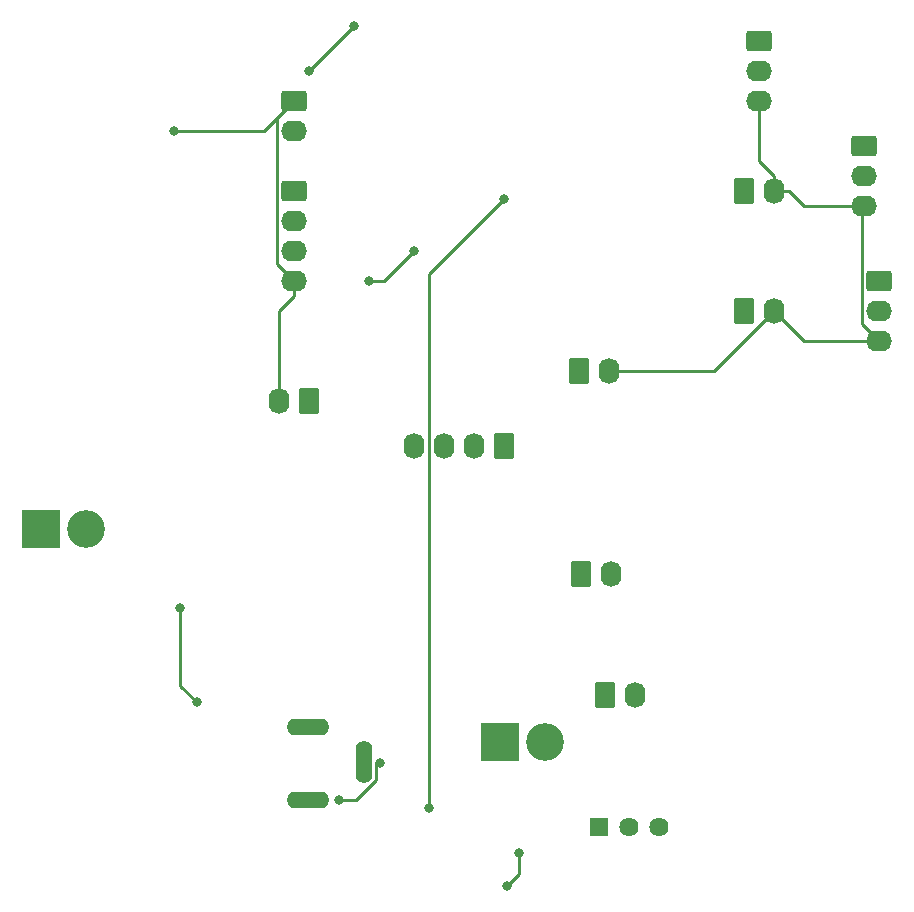
<source format=gbr>
G04 #@! TF.GenerationSoftware,KiCad,Pcbnew,9.0.0*
G04 #@! TF.CreationDate,2025-03-03T16:58:55-06:00*
G04 #@! TF.ProjectId,Group52HeatedBridge,47726f75-7035-4324-9865-617465644272,rev?*
G04 #@! TF.SameCoordinates,Original*
G04 #@! TF.FileFunction,Copper,L2,Bot*
G04 #@! TF.FilePolarity,Positive*
%FSLAX46Y46*%
G04 Gerber Fmt 4.6, Leading zero omitted, Abs format (unit mm)*
G04 Created by KiCad (PCBNEW 9.0.0) date 2025-03-03 16:58:55*
%MOMM*%
%LPD*%
G01*
G04 APERTURE LIST*
G04 Aperture macros list*
%AMRoundRect*
0 Rectangle with rounded corners*
0 $1 Rounding radius*
0 $2 $3 $4 $5 $6 $7 $8 $9 X,Y pos of 4 corners*
0 Add a 4 corners polygon primitive as box body*
4,1,4,$2,$3,$4,$5,$6,$7,$8,$9,$2,$3,0*
0 Add four circle primitives for the rounded corners*
1,1,$1+$1,$2,$3*
1,1,$1+$1,$4,$5*
1,1,$1+$1,$6,$7*
1,1,$1+$1,$8,$9*
0 Add four rect primitives between the rounded corners*
20,1,$1+$1,$2,$3,$4,$5,0*
20,1,$1+$1,$4,$5,$6,$7,0*
20,1,$1+$1,$6,$7,$8,$9,0*
20,1,$1+$1,$8,$9,$2,$3,0*%
G04 Aperture macros list end*
G04 #@! TA.AperFunction,ComponentPad*
%ADD10O,1.400000X3.600000*%
G04 #@! TD*
G04 #@! TA.AperFunction,ComponentPad*
%ADD11O,3.600000X1.400000*%
G04 #@! TD*
G04 #@! TA.AperFunction,ComponentPad*
%ADD12RoundRect,0.250000X-0.845000X0.620000X-0.845000X-0.620000X0.845000X-0.620000X0.845000X0.620000X0*%
G04 #@! TD*
G04 #@! TA.AperFunction,ComponentPad*
%ADD13O,2.190000X1.740000*%
G04 #@! TD*
G04 #@! TA.AperFunction,ComponentPad*
%ADD14RoundRect,0.250000X0.620000X0.845000X-0.620000X0.845000X-0.620000X-0.845000X0.620000X-0.845000X0*%
G04 #@! TD*
G04 #@! TA.AperFunction,ComponentPad*
%ADD15O,1.740000X2.190000*%
G04 #@! TD*
G04 #@! TA.AperFunction,ComponentPad*
%ADD16R,3.200000X3.200000*%
G04 #@! TD*
G04 #@! TA.AperFunction,ComponentPad*
%ADD17O,3.200000X3.200000*%
G04 #@! TD*
G04 #@! TA.AperFunction,ComponentPad*
%ADD18RoundRect,0.250000X-0.620000X-0.845000X0.620000X-0.845000X0.620000X0.845000X-0.620000X0.845000X0*%
G04 #@! TD*
G04 #@! TA.AperFunction,ComponentPad*
%ADD19R,1.625600X1.625600*%
G04 #@! TD*
G04 #@! TA.AperFunction,ComponentPad*
%ADD20C,1.625600*%
G04 #@! TD*
G04 #@! TA.AperFunction,ViaPad*
%ADD21C,0.800000*%
G04 #@! TD*
G04 #@! TA.AperFunction,Conductor*
%ADD22C,0.254000*%
G04 #@! TD*
G04 APERTURE END LIST*
D10*
G04 #@! TO.P,J11,C*
G04 #@! TO.N,unconnected-(J11-PadC)*
X134213000Y-128349000D03*
D11*
G04 #@! TO.P,J11,B*
G04 #@! TO.N,GND*
X129413000Y-131599000D03*
G04 #@! TO.P,J11,A*
G04 #@! TO.N,+24V*
X129413000Y-125349000D03*
G04 #@! TD*
D12*
G04 #@! TO.P,J2,1,Pin_1*
G04 #@! TO.N,+3.3V*
X128270000Y-80010000D03*
D13*
G04 #@! TO.P,J2,2,Pin_2*
G04 #@! TO.N,/DigitalRain*
X128270000Y-82550000D03*
G04 #@! TO.P,J2,3,Pin_3*
G04 #@! TO.N,/AnalogRain*
X128270000Y-85090000D03*
G04 #@! TO.P,J2,4,Pin_4*
G04 #@! TO.N,GND*
X128270000Y-87630000D03*
G04 #@! TD*
D14*
G04 #@! TO.P,J7,1,Pin_1*
G04 #@! TO.N,Net-(J7-Pin_1)*
X129540000Y-97790000D03*
D15*
G04 #@! TO.P,J7,2,Pin_2*
G04 #@! TO.N,GND*
X127000000Y-97790000D03*
G04 #@! TD*
D12*
G04 #@! TO.P,J3,1,Pin_1*
G04 #@! TO.N,+3.3V*
X177800000Y-87630000D03*
D13*
G04 #@! TO.P,J3,2,Pin_2*
G04 #@! TO.N,/GPIOTempSurface*
X177800000Y-90170000D03*
G04 #@! TO.P,J3,3,Pin_3*
G04 #@! TO.N,GND*
X177800000Y-92710000D03*
G04 #@! TD*
D16*
G04 #@! TO.P,D1,1,K*
G04 #@! TO.N,Net-(D1-K)*
X106815000Y-108585000D03*
D17*
G04 #@! TO.P,D1,2,A*
G04 #@! TO.N,GND*
X110625000Y-108585000D03*
G04 #@! TD*
D18*
G04 #@! TO.P,J10,1,Pin_1*
G04 #@! TO.N,Net-(J10-Pin_1)*
X166370000Y-80010000D03*
D15*
G04 #@! TO.P,J10,2,Pin_2*
G04 #@! TO.N,GND*
X168910000Y-80010000D03*
G04 #@! TD*
D18*
G04 #@! TO.P,J6,1,Pin_1*
G04 #@! TO.N,Net-(J6-Pin_1)*
X166370000Y-90170000D03*
D15*
G04 #@! TO.P,J6,2,Pin_2*
G04 #@! TO.N,GND*
X168910000Y-90170000D03*
G04 #@! TD*
D12*
G04 #@! TO.P,J4,1,Pin_1*
G04 #@! TO.N,+3.3V*
X176510000Y-76200000D03*
D13*
G04 #@! TO.P,J4,2,Pin_2*
G04 #@! TO.N,/GPIOTempAir*
X176510000Y-78740000D03*
G04 #@! TO.P,J4,3,Pin_3*
G04 #@! TO.N,GND*
X176510000Y-81280000D03*
G04 #@! TD*
D12*
G04 #@! TO.P,J8,1,Pin_1*
G04 #@! TO.N,GND*
X128270000Y-72390000D03*
D13*
G04 #@! TO.P,J8,2,Pin_2*
G04 #@! TO.N,/EN*
X128270000Y-74930000D03*
G04 #@! TD*
D14*
G04 #@! TO.P,J5,1,Pin_1*
G04 #@! TO.N,/MTDO*
X146050000Y-101600000D03*
D15*
G04 #@! TO.P,J5,2,Pin_2*
G04 #@! TO.N,/MTCK*
X143510000Y-101600000D03*
G04 #@! TO.P,J5,3,Pin_3*
G04 #@! TO.N,/MTDI*
X140970000Y-101600000D03*
G04 #@! TO.P,J5,4,Pin_4*
G04 #@! TO.N,/MTMS*
X138430000Y-101600000D03*
G04 #@! TD*
D19*
G04 #@! TO.P,U3,1,G*
G04 #@! TO.N,Net-(U3-G)*
X154051000Y-133858000D03*
D20*
G04 #@! TO.P,U3,2,D*
G04 #@! TO.N,Net-(D2-A)*
X156591000Y-133858000D03*
G04 #@! TO.P,U3,3,S*
G04 #@! TO.N,GND*
X159131000Y-133858000D03*
G04 #@! TD*
D18*
G04 #@! TO.P,J13,1,Pin_1*
G04 #@! TO.N,+24V*
X154559000Y-122682000D03*
D15*
G04 #@! TO.P,J13,2,Pin_2*
G04 #@! TO.N,Net-(D2-A)*
X157099000Y-122682000D03*
G04 #@! TD*
D18*
G04 #@! TO.P,J9,1,Pin_1*
G04 #@! TO.N,/BOOT*
X152400000Y-95250000D03*
D15*
G04 #@! TO.P,J9,2,Pin_2*
G04 #@! TO.N,GND*
X154940000Y-95250000D03*
G04 #@! TD*
D16*
G04 #@! TO.P,D2,1,K*
G04 #@! TO.N,+24V*
X145677000Y-126619000D03*
D17*
G04 #@! TO.P,D2,2,A*
G04 #@! TO.N,Net-(D2-A)*
X149487000Y-126619000D03*
G04 #@! TD*
D12*
G04 #@! TO.P,J1,1,Pin_1*
G04 #@! TO.N,/TX*
X167620000Y-67310000D03*
D13*
G04 #@! TO.P,J1,2,Pin_2*
G04 #@! TO.N,/RX*
X167620000Y-69850000D03*
G04 #@! TO.P,J1,3,Pin_3*
G04 #@! TO.N,GND*
X167620000Y-72390000D03*
G04 #@! TD*
D18*
G04 #@! TO.P,J14,1,Pin_1*
G04 #@! TO.N,+24V*
X152527000Y-112415000D03*
D15*
G04 #@! TO.P,J14,2,Pin_2*
G04 #@! TO.N,Net-(D2-A)*
X155067000Y-112415000D03*
G04 #@! TD*
D21*
G04 #@! TO.N,GND*
X135513000Y-128397000D03*
X132080000Y-131572000D03*
X134620000Y-87630000D03*
X120015000Y-123289000D03*
X146304000Y-138811000D03*
X129540000Y-69850000D03*
X118110000Y-74930000D03*
X138430000Y-85090000D03*
X118618000Y-115316000D03*
X133350000Y-66040000D03*
X147320000Y-136017000D03*
G04 #@! TO.N,/MOSFETCONTROL*
X146050000Y-80645000D03*
X139700000Y-132207000D03*
G04 #@! TD*
D22*
G04 #@! TO.N,GND*
X135241000Y-129874812D02*
X135241000Y-128397000D01*
X133543812Y-131572000D02*
X135241000Y-129874812D01*
X132080000Y-131572000D02*
X133543812Y-131572000D01*
X135241000Y-128397000D02*
X135513000Y-128397000D01*
X135890000Y-87630000D02*
X138430000Y-85090000D01*
X147320000Y-136017000D02*
X147320000Y-137795000D01*
X171450000Y-81280000D02*
X176510000Y-81280000D01*
X170180000Y-80010000D02*
X171450000Y-81280000D01*
X147320000Y-137795000D02*
X146304000Y-138811000D01*
X171450000Y-92710000D02*
X168910000Y-90170000D01*
X134620000Y-87630000D02*
X135890000Y-87630000D01*
X163830000Y-95250000D02*
X168910000Y-90170000D01*
X129540000Y-69850000D02*
X133350000Y-66040000D01*
X127000000Y-90170000D02*
X127000000Y-97790000D01*
X127000000Y-73660000D02*
X126847000Y-73813000D01*
X168910000Y-78740000D02*
X167620000Y-77450000D01*
X128270000Y-87630000D02*
X128270000Y-88900000D01*
X177800000Y-92710000D02*
X171450000Y-92710000D01*
X126847000Y-86207000D02*
X128270000Y-87630000D01*
X176377000Y-91287000D02*
X177800000Y-92710000D01*
X168910000Y-80010000D02*
X168910000Y-78740000D01*
X167620000Y-77450000D02*
X167620000Y-72390000D01*
X128270000Y-72390000D02*
X127000000Y-73660000D01*
X154940000Y-95250000D02*
X163830000Y-95250000D01*
X176377000Y-81413000D02*
X176377000Y-91287000D01*
X125730000Y-74930000D02*
X127000000Y-73660000D01*
X168910000Y-80010000D02*
X170180000Y-80010000D01*
X118618000Y-121892000D02*
X118618000Y-115316000D01*
X118110000Y-74930000D02*
X125730000Y-74930000D01*
X128270000Y-88900000D02*
X127000000Y-90170000D01*
X120015000Y-123289000D02*
X118618000Y-121892000D01*
X176510000Y-81280000D02*
X176377000Y-81413000D01*
X126847000Y-73813000D02*
X126847000Y-86207000D01*
G04 #@! TO.N,/MOSFETCONTROL*
X146050000Y-80645000D02*
X139700000Y-86995000D01*
X139700000Y-86995000D02*
X139700000Y-132207000D01*
G04 #@! TD*
M02*

</source>
